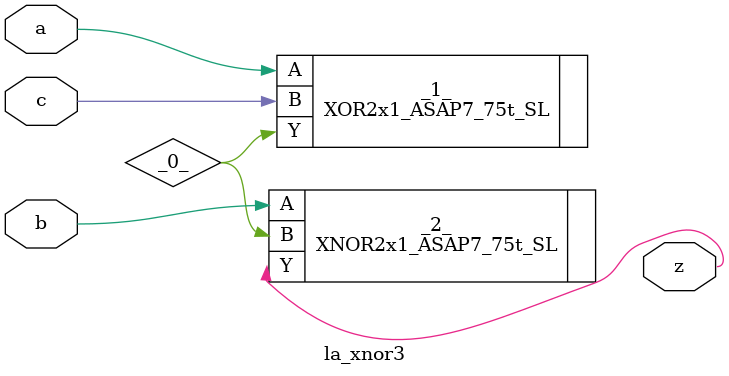
<source format=v>

/* Generated by Yosys 0.44 (git sha1 80ba43d26, g++ 11.4.0-1ubuntu1~22.04 -fPIC -O3) */

(* top =  1  *)
(* src = "inputs/la_xnor3.v:10.1-21.10" *)
module la_xnor3 (
    a,
    b,
    c,
    z
);
  wire _0_;
  (* src = "inputs/la_xnor3.v:13.12-13.13" *)
  input a;
  wire a;
  (* src = "inputs/la_xnor3.v:14.12-14.13" *)
  input b;
  wire b;
  (* src = "inputs/la_xnor3.v:15.12-15.13" *)
  input c;
  wire c;
  (* src = "inputs/la_xnor3.v:16.12-16.13" *)
  output z;
  wire z;
  XOR2x1_ASAP7_75t_SL _1_ (
      .A(a),
      .B(c),
      .Y(_0_)
  );
  XNOR2x1_ASAP7_75t_SL _2_ (
      .A(b),
      .B(_0_),
      .Y(z)
  );
endmodule

</source>
